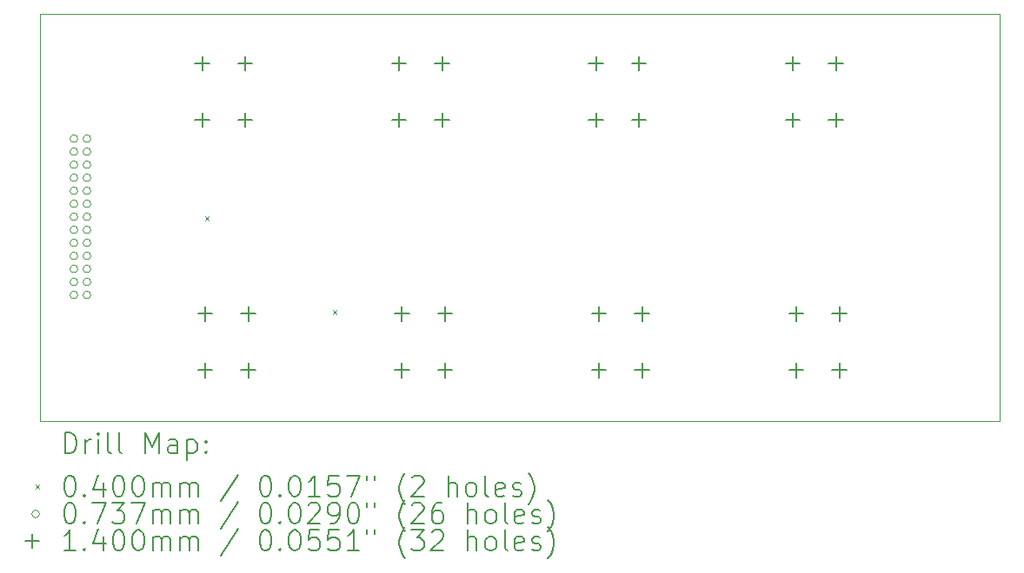
<source format=gbr>
%TF.GenerationSoftware,KiCad,Pcbnew,7.0.1*%
%TF.CreationDate,2023-04-04T11:35:34-07:00*%
%TF.ProjectId,PT Hub,50542048-7562-42e6-9b69-6361645f7063,v01*%
%TF.SameCoordinates,Original*%
%TF.FileFunction,Drillmap*%
%TF.FilePolarity,Positive*%
%FSLAX45Y45*%
G04 Gerber Fmt 4.5, Leading zero omitted, Abs format (unit mm)*
G04 Created by KiCad (PCBNEW 7.0.1) date 2023-04-04 11:35:34*
%MOMM*%
%LPD*%
G01*
G04 APERTURE LIST*
%ADD10C,0.100000*%
%ADD11C,0.200000*%
%ADD12C,0.040000*%
%ADD13C,0.073660*%
%ADD14C,0.140000*%
G04 APERTURE END LIST*
D10*
X7099300Y-13799820D02*
X16446500Y-13799820D01*
X7099300Y-9829800D02*
X7099300Y-13799820D01*
X16446500Y-13799820D02*
X16446500Y-9829800D01*
X16446500Y-9829800D02*
X7099300Y-9829800D01*
D11*
D12*
X8704900Y-11803700D02*
X8744900Y-11843700D01*
X8744900Y-11803700D02*
X8704900Y-11843700D01*
X9949500Y-12718100D02*
X9989500Y-12758100D01*
X9989500Y-12718100D02*
X9949500Y-12758100D01*
D13*
X7466330Y-11049000D02*
G75*
G03*
X7466330Y-11049000I-36830J0D01*
G01*
X7466330Y-11176000D02*
G75*
G03*
X7466330Y-11176000I-36830J0D01*
G01*
X7466330Y-11303000D02*
G75*
G03*
X7466330Y-11303000I-36830J0D01*
G01*
X7466330Y-11430000D02*
G75*
G03*
X7466330Y-11430000I-36830J0D01*
G01*
X7466330Y-11557000D02*
G75*
G03*
X7466330Y-11557000I-36830J0D01*
G01*
X7466330Y-11684000D02*
G75*
G03*
X7466330Y-11684000I-36830J0D01*
G01*
X7466330Y-11811000D02*
G75*
G03*
X7466330Y-11811000I-36830J0D01*
G01*
X7466330Y-11938000D02*
G75*
G03*
X7466330Y-11938000I-36830J0D01*
G01*
X7466330Y-12065000D02*
G75*
G03*
X7466330Y-12065000I-36830J0D01*
G01*
X7466330Y-12192000D02*
G75*
G03*
X7466330Y-12192000I-36830J0D01*
G01*
X7466330Y-12319000D02*
G75*
G03*
X7466330Y-12319000I-36830J0D01*
G01*
X7466330Y-12446000D02*
G75*
G03*
X7466330Y-12446000I-36830J0D01*
G01*
X7466330Y-12573000D02*
G75*
G03*
X7466330Y-12573000I-36830J0D01*
G01*
X7593330Y-11049000D02*
G75*
G03*
X7593330Y-11049000I-36830J0D01*
G01*
X7593330Y-11176000D02*
G75*
G03*
X7593330Y-11176000I-36830J0D01*
G01*
X7593330Y-11303000D02*
G75*
G03*
X7593330Y-11303000I-36830J0D01*
G01*
X7593330Y-11430000D02*
G75*
G03*
X7593330Y-11430000I-36830J0D01*
G01*
X7593330Y-11557000D02*
G75*
G03*
X7593330Y-11557000I-36830J0D01*
G01*
X7593330Y-11684000D02*
G75*
G03*
X7593330Y-11684000I-36830J0D01*
G01*
X7593330Y-11811000D02*
G75*
G03*
X7593330Y-11811000I-36830J0D01*
G01*
X7593330Y-11938000D02*
G75*
G03*
X7593330Y-11938000I-36830J0D01*
G01*
X7593330Y-12065000D02*
G75*
G03*
X7593330Y-12065000I-36830J0D01*
G01*
X7593330Y-12192000D02*
G75*
G03*
X7593330Y-12192000I-36830J0D01*
G01*
X7593330Y-12319000D02*
G75*
G03*
X7593330Y-12319000I-36830J0D01*
G01*
X7593330Y-12446000D02*
G75*
G03*
X7593330Y-12446000I-36830J0D01*
G01*
X7593330Y-12573000D02*
G75*
G03*
X7593330Y-12573000I-36830J0D01*
G01*
D14*
X8678250Y-10246001D02*
X8678250Y-10386001D01*
X8608250Y-10316001D02*
X8748250Y-10316001D01*
X8678250Y-10796001D02*
X8678250Y-10936001D01*
X8608250Y-10866001D02*
X8748250Y-10866001D01*
X8707150Y-12686000D02*
X8707150Y-12826000D01*
X8637150Y-12756000D02*
X8777150Y-12756000D01*
X8707150Y-13236000D02*
X8707150Y-13376000D01*
X8637150Y-13306000D02*
X8777150Y-13306000D01*
X9098250Y-10246001D02*
X9098250Y-10386001D01*
X9028250Y-10316001D02*
X9168250Y-10316001D01*
X9098250Y-10796001D02*
X9098250Y-10936001D01*
X9028250Y-10866001D02*
X9168250Y-10866001D01*
X9127150Y-12686000D02*
X9127150Y-12826000D01*
X9057150Y-12756000D02*
X9197150Y-12756000D01*
X9127150Y-13236000D02*
X9127150Y-13376000D01*
X9057150Y-13306000D02*
X9197150Y-13306000D01*
X10595950Y-10246000D02*
X10595950Y-10386000D01*
X10525950Y-10316000D02*
X10665950Y-10316000D01*
X10595950Y-10796000D02*
X10595950Y-10936000D01*
X10525950Y-10866000D02*
X10665950Y-10866000D01*
X10624850Y-12686000D02*
X10624850Y-12826000D01*
X10554850Y-12756000D02*
X10694850Y-12756000D01*
X10624850Y-13236000D02*
X10624850Y-13376000D01*
X10554850Y-13306000D02*
X10694850Y-13306000D01*
X11015950Y-10246000D02*
X11015950Y-10386000D01*
X10945950Y-10316000D02*
X11085950Y-10316000D01*
X11015950Y-10796000D02*
X11015950Y-10936000D01*
X10945950Y-10866000D02*
X11085950Y-10866000D01*
X11044850Y-12686000D02*
X11044850Y-12826000D01*
X10974850Y-12756000D02*
X11114850Y-12756000D01*
X11044850Y-13236000D02*
X11044850Y-13376000D01*
X10974850Y-13306000D02*
X11114850Y-13306000D01*
X12513650Y-10246000D02*
X12513650Y-10386000D01*
X12443650Y-10316000D02*
X12583650Y-10316000D01*
X12513650Y-10796000D02*
X12513650Y-10936000D01*
X12443650Y-10866000D02*
X12583650Y-10866000D01*
X12542550Y-12686000D02*
X12542550Y-12826000D01*
X12472550Y-12756000D02*
X12612550Y-12756000D01*
X12542550Y-13236000D02*
X12542550Y-13376000D01*
X12472550Y-13306000D02*
X12612550Y-13306000D01*
X12933650Y-10246000D02*
X12933650Y-10386000D01*
X12863650Y-10316000D02*
X13003650Y-10316000D01*
X12933650Y-10796000D02*
X12933650Y-10936000D01*
X12863650Y-10866000D02*
X13003650Y-10866000D01*
X12962550Y-12686000D02*
X12962550Y-12826000D01*
X12892550Y-12756000D02*
X13032550Y-12756000D01*
X12962550Y-13236000D02*
X12962550Y-13376000D01*
X12892550Y-13306000D02*
X13032550Y-13306000D01*
X14431350Y-10246000D02*
X14431350Y-10386000D01*
X14361350Y-10316000D02*
X14501350Y-10316000D01*
X14431350Y-10796000D02*
X14431350Y-10936000D01*
X14361350Y-10866000D02*
X14501350Y-10866000D01*
X14465300Y-12686000D02*
X14465300Y-12826000D01*
X14395300Y-12756000D02*
X14535300Y-12756000D01*
X14465300Y-13236000D02*
X14465300Y-13376000D01*
X14395300Y-13306000D02*
X14535300Y-13306000D01*
X14851350Y-10246000D02*
X14851350Y-10386000D01*
X14781350Y-10316000D02*
X14921350Y-10316000D01*
X14851350Y-10796000D02*
X14851350Y-10936000D01*
X14781350Y-10866000D02*
X14921350Y-10866000D01*
X14885300Y-12686000D02*
X14885300Y-12826000D01*
X14815300Y-12756000D02*
X14955300Y-12756000D01*
X14885300Y-13236000D02*
X14885300Y-13376000D01*
X14815300Y-13306000D02*
X14955300Y-13306000D01*
D11*
X7341919Y-14117344D02*
X7341919Y-13917344D01*
X7341919Y-13917344D02*
X7389538Y-13917344D01*
X7389538Y-13917344D02*
X7418109Y-13926868D01*
X7418109Y-13926868D02*
X7437157Y-13945915D01*
X7437157Y-13945915D02*
X7446681Y-13964963D01*
X7446681Y-13964963D02*
X7456205Y-14003058D01*
X7456205Y-14003058D02*
X7456205Y-14031629D01*
X7456205Y-14031629D02*
X7446681Y-14069725D01*
X7446681Y-14069725D02*
X7437157Y-14088772D01*
X7437157Y-14088772D02*
X7418109Y-14107820D01*
X7418109Y-14107820D02*
X7389538Y-14117344D01*
X7389538Y-14117344D02*
X7341919Y-14117344D01*
X7541919Y-14117344D02*
X7541919Y-13984010D01*
X7541919Y-14022106D02*
X7551443Y-14003058D01*
X7551443Y-14003058D02*
X7560967Y-13993534D01*
X7560967Y-13993534D02*
X7580014Y-13984010D01*
X7580014Y-13984010D02*
X7599062Y-13984010D01*
X7665728Y-14117344D02*
X7665728Y-13984010D01*
X7665728Y-13917344D02*
X7656205Y-13926868D01*
X7656205Y-13926868D02*
X7665728Y-13936391D01*
X7665728Y-13936391D02*
X7675252Y-13926868D01*
X7675252Y-13926868D02*
X7665728Y-13917344D01*
X7665728Y-13917344D02*
X7665728Y-13936391D01*
X7789538Y-14117344D02*
X7770490Y-14107820D01*
X7770490Y-14107820D02*
X7760967Y-14088772D01*
X7760967Y-14088772D02*
X7760967Y-13917344D01*
X7894300Y-14117344D02*
X7875252Y-14107820D01*
X7875252Y-14107820D02*
X7865728Y-14088772D01*
X7865728Y-14088772D02*
X7865728Y-13917344D01*
X8122871Y-14117344D02*
X8122871Y-13917344D01*
X8122871Y-13917344D02*
X8189538Y-14060201D01*
X8189538Y-14060201D02*
X8256205Y-13917344D01*
X8256205Y-13917344D02*
X8256205Y-14117344D01*
X8437157Y-14117344D02*
X8437157Y-14012582D01*
X8437157Y-14012582D02*
X8427633Y-13993534D01*
X8427633Y-13993534D02*
X8408586Y-13984010D01*
X8408586Y-13984010D02*
X8370490Y-13984010D01*
X8370490Y-13984010D02*
X8351443Y-13993534D01*
X8437157Y-14107820D02*
X8418110Y-14117344D01*
X8418110Y-14117344D02*
X8370490Y-14117344D01*
X8370490Y-14117344D02*
X8351443Y-14107820D01*
X8351443Y-14107820D02*
X8341919Y-14088772D01*
X8341919Y-14088772D02*
X8341919Y-14069725D01*
X8341919Y-14069725D02*
X8351443Y-14050677D01*
X8351443Y-14050677D02*
X8370490Y-14041153D01*
X8370490Y-14041153D02*
X8418110Y-14041153D01*
X8418110Y-14041153D02*
X8437157Y-14031629D01*
X8532395Y-13984010D02*
X8532395Y-14184010D01*
X8532395Y-13993534D02*
X8551443Y-13984010D01*
X8551443Y-13984010D02*
X8589538Y-13984010D01*
X8589538Y-13984010D02*
X8608586Y-13993534D01*
X8608586Y-13993534D02*
X8618110Y-14003058D01*
X8618110Y-14003058D02*
X8627633Y-14022106D01*
X8627633Y-14022106D02*
X8627633Y-14079248D01*
X8627633Y-14079248D02*
X8618110Y-14098296D01*
X8618110Y-14098296D02*
X8608586Y-14107820D01*
X8608586Y-14107820D02*
X8589538Y-14117344D01*
X8589538Y-14117344D02*
X8551443Y-14117344D01*
X8551443Y-14117344D02*
X8532395Y-14107820D01*
X8713348Y-14098296D02*
X8722871Y-14107820D01*
X8722871Y-14107820D02*
X8713348Y-14117344D01*
X8713348Y-14117344D02*
X8703824Y-14107820D01*
X8703824Y-14107820D02*
X8713348Y-14098296D01*
X8713348Y-14098296D02*
X8713348Y-14117344D01*
X8713348Y-13993534D02*
X8722871Y-14003058D01*
X8722871Y-14003058D02*
X8713348Y-14012582D01*
X8713348Y-14012582D02*
X8703824Y-14003058D01*
X8703824Y-14003058D02*
X8713348Y-13993534D01*
X8713348Y-13993534D02*
X8713348Y-14012582D01*
D12*
X7054300Y-14424820D02*
X7094300Y-14464820D01*
X7094300Y-14424820D02*
X7054300Y-14464820D01*
D11*
X7380014Y-14337344D02*
X7399062Y-14337344D01*
X7399062Y-14337344D02*
X7418109Y-14346868D01*
X7418109Y-14346868D02*
X7427633Y-14356391D01*
X7427633Y-14356391D02*
X7437157Y-14375439D01*
X7437157Y-14375439D02*
X7446681Y-14413534D01*
X7446681Y-14413534D02*
X7446681Y-14461153D01*
X7446681Y-14461153D02*
X7437157Y-14499248D01*
X7437157Y-14499248D02*
X7427633Y-14518296D01*
X7427633Y-14518296D02*
X7418109Y-14527820D01*
X7418109Y-14527820D02*
X7399062Y-14537344D01*
X7399062Y-14537344D02*
X7380014Y-14537344D01*
X7380014Y-14537344D02*
X7360967Y-14527820D01*
X7360967Y-14527820D02*
X7351443Y-14518296D01*
X7351443Y-14518296D02*
X7341919Y-14499248D01*
X7341919Y-14499248D02*
X7332395Y-14461153D01*
X7332395Y-14461153D02*
X7332395Y-14413534D01*
X7332395Y-14413534D02*
X7341919Y-14375439D01*
X7341919Y-14375439D02*
X7351443Y-14356391D01*
X7351443Y-14356391D02*
X7360967Y-14346868D01*
X7360967Y-14346868D02*
X7380014Y-14337344D01*
X7532395Y-14518296D02*
X7541919Y-14527820D01*
X7541919Y-14527820D02*
X7532395Y-14537344D01*
X7532395Y-14537344D02*
X7522871Y-14527820D01*
X7522871Y-14527820D02*
X7532395Y-14518296D01*
X7532395Y-14518296D02*
X7532395Y-14537344D01*
X7713348Y-14404010D02*
X7713348Y-14537344D01*
X7665728Y-14327820D02*
X7618109Y-14470677D01*
X7618109Y-14470677D02*
X7741919Y-14470677D01*
X7856205Y-14337344D02*
X7875252Y-14337344D01*
X7875252Y-14337344D02*
X7894300Y-14346868D01*
X7894300Y-14346868D02*
X7903824Y-14356391D01*
X7903824Y-14356391D02*
X7913348Y-14375439D01*
X7913348Y-14375439D02*
X7922871Y-14413534D01*
X7922871Y-14413534D02*
X7922871Y-14461153D01*
X7922871Y-14461153D02*
X7913348Y-14499248D01*
X7913348Y-14499248D02*
X7903824Y-14518296D01*
X7903824Y-14518296D02*
X7894300Y-14527820D01*
X7894300Y-14527820D02*
X7875252Y-14537344D01*
X7875252Y-14537344D02*
X7856205Y-14537344D01*
X7856205Y-14537344D02*
X7837157Y-14527820D01*
X7837157Y-14527820D02*
X7827633Y-14518296D01*
X7827633Y-14518296D02*
X7818109Y-14499248D01*
X7818109Y-14499248D02*
X7808586Y-14461153D01*
X7808586Y-14461153D02*
X7808586Y-14413534D01*
X7808586Y-14413534D02*
X7818109Y-14375439D01*
X7818109Y-14375439D02*
X7827633Y-14356391D01*
X7827633Y-14356391D02*
X7837157Y-14346868D01*
X7837157Y-14346868D02*
X7856205Y-14337344D01*
X8046681Y-14337344D02*
X8065729Y-14337344D01*
X8065729Y-14337344D02*
X8084776Y-14346868D01*
X8084776Y-14346868D02*
X8094300Y-14356391D01*
X8094300Y-14356391D02*
X8103824Y-14375439D01*
X8103824Y-14375439D02*
X8113348Y-14413534D01*
X8113348Y-14413534D02*
X8113348Y-14461153D01*
X8113348Y-14461153D02*
X8103824Y-14499248D01*
X8103824Y-14499248D02*
X8094300Y-14518296D01*
X8094300Y-14518296D02*
X8084776Y-14527820D01*
X8084776Y-14527820D02*
X8065729Y-14537344D01*
X8065729Y-14537344D02*
X8046681Y-14537344D01*
X8046681Y-14537344D02*
X8027633Y-14527820D01*
X8027633Y-14527820D02*
X8018109Y-14518296D01*
X8018109Y-14518296D02*
X8008586Y-14499248D01*
X8008586Y-14499248D02*
X7999062Y-14461153D01*
X7999062Y-14461153D02*
X7999062Y-14413534D01*
X7999062Y-14413534D02*
X8008586Y-14375439D01*
X8008586Y-14375439D02*
X8018109Y-14356391D01*
X8018109Y-14356391D02*
X8027633Y-14346868D01*
X8027633Y-14346868D02*
X8046681Y-14337344D01*
X8199062Y-14537344D02*
X8199062Y-14404010D01*
X8199062Y-14423058D02*
X8208586Y-14413534D01*
X8208586Y-14413534D02*
X8227633Y-14404010D01*
X8227633Y-14404010D02*
X8256205Y-14404010D01*
X8256205Y-14404010D02*
X8275252Y-14413534D01*
X8275252Y-14413534D02*
X8284776Y-14432582D01*
X8284776Y-14432582D02*
X8284776Y-14537344D01*
X8284776Y-14432582D02*
X8294300Y-14413534D01*
X8294300Y-14413534D02*
X8313348Y-14404010D01*
X8313348Y-14404010D02*
X8341919Y-14404010D01*
X8341919Y-14404010D02*
X8360967Y-14413534D01*
X8360967Y-14413534D02*
X8370490Y-14432582D01*
X8370490Y-14432582D02*
X8370490Y-14537344D01*
X8465729Y-14537344D02*
X8465729Y-14404010D01*
X8465729Y-14423058D02*
X8475252Y-14413534D01*
X8475252Y-14413534D02*
X8494300Y-14404010D01*
X8494300Y-14404010D02*
X8522872Y-14404010D01*
X8522872Y-14404010D02*
X8541919Y-14413534D01*
X8541919Y-14413534D02*
X8551443Y-14432582D01*
X8551443Y-14432582D02*
X8551443Y-14537344D01*
X8551443Y-14432582D02*
X8560967Y-14413534D01*
X8560967Y-14413534D02*
X8580014Y-14404010D01*
X8580014Y-14404010D02*
X8608586Y-14404010D01*
X8608586Y-14404010D02*
X8627633Y-14413534D01*
X8627633Y-14413534D02*
X8637157Y-14432582D01*
X8637157Y-14432582D02*
X8637157Y-14537344D01*
X9027633Y-14327820D02*
X8856205Y-14584963D01*
X9284776Y-14337344D02*
X9303824Y-14337344D01*
X9303824Y-14337344D02*
X9322872Y-14346868D01*
X9322872Y-14346868D02*
X9332395Y-14356391D01*
X9332395Y-14356391D02*
X9341919Y-14375439D01*
X9341919Y-14375439D02*
X9351443Y-14413534D01*
X9351443Y-14413534D02*
X9351443Y-14461153D01*
X9351443Y-14461153D02*
X9341919Y-14499248D01*
X9341919Y-14499248D02*
X9332395Y-14518296D01*
X9332395Y-14518296D02*
X9322872Y-14527820D01*
X9322872Y-14527820D02*
X9303824Y-14537344D01*
X9303824Y-14537344D02*
X9284776Y-14537344D01*
X9284776Y-14537344D02*
X9265729Y-14527820D01*
X9265729Y-14527820D02*
X9256205Y-14518296D01*
X9256205Y-14518296D02*
X9246681Y-14499248D01*
X9246681Y-14499248D02*
X9237157Y-14461153D01*
X9237157Y-14461153D02*
X9237157Y-14413534D01*
X9237157Y-14413534D02*
X9246681Y-14375439D01*
X9246681Y-14375439D02*
X9256205Y-14356391D01*
X9256205Y-14356391D02*
X9265729Y-14346868D01*
X9265729Y-14346868D02*
X9284776Y-14337344D01*
X9437157Y-14518296D02*
X9446681Y-14527820D01*
X9446681Y-14527820D02*
X9437157Y-14537344D01*
X9437157Y-14537344D02*
X9427634Y-14527820D01*
X9427634Y-14527820D02*
X9437157Y-14518296D01*
X9437157Y-14518296D02*
X9437157Y-14537344D01*
X9570491Y-14337344D02*
X9589538Y-14337344D01*
X9589538Y-14337344D02*
X9608586Y-14346868D01*
X9608586Y-14346868D02*
X9618110Y-14356391D01*
X9618110Y-14356391D02*
X9627634Y-14375439D01*
X9627634Y-14375439D02*
X9637157Y-14413534D01*
X9637157Y-14413534D02*
X9637157Y-14461153D01*
X9637157Y-14461153D02*
X9627634Y-14499248D01*
X9627634Y-14499248D02*
X9618110Y-14518296D01*
X9618110Y-14518296D02*
X9608586Y-14527820D01*
X9608586Y-14527820D02*
X9589538Y-14537344D01*
X9589538Y-14537344D02*
X9570491Y-14537344D01*
X9570491Y-14537344D02*
X9551443Y-14527820D01*
X9551443Y-14527820D02*
X9541919Y-14518296D01*
X9541919Y-14518296D02*
X9532395Y-14499248D01*
X9532395Y-14499248D02*
X9522872Y-14461153D01*
X9522872Y-14461153D02*
X9522872Y-14413534D01*
X9522872Y-14413534D02*
X9532395Y-14375439D01*
X9532395Y-14375439D02*
X9541919Y-14356391D01*
X9541919Y-14356391D02*
X9551443Y-14346868D01*
X9551443Y-14346868D02*
X9570491Y-14337344D01*
X9827634Y-14537344D02*
X9713348Y-14537344D01*
X9770491Y-14537344D02*
X9770491Y-14337344D01*
X9770491Y-14337344D02*
X9751443Y-14365915D01*
X9751443Y-14365915D02*
X9732395Y-14384963D01*
X9732395Y-14384963D02*
X9713348Y-14394487D01*
X10008586Y-14337344D02*
X9913348Y-14337344D01*
X9913348Y-14337344D02*
X9903824Y-14432582D01*
X9903824Y-14432582D02*
X9913348Y-14423058D01*
X9913348Y-14423058D02*
X9932395Y-14413534D01*
X9932395Y-14413534D02*
X9980015Y-14413534D01*
X9980015Y-14413534D02*
X9999062Y-14423058D01*
X9999062Y-14423058D02*
X10008586Y-14432582D01*
X10008586Y-14432582D02*
X10018110Y-14451629D01*
X10018110Y-14451629D02*
X10018110Y-14499248D01*
X10018110Y-14499248D02*
X10008586Y-14518296D01*
X10008586Y-14518296D02*
X9999062Y-14527820D01*
X9999062Y-14527820D02*
X9980015Y-14537344D01*
X9980015Y-14537344D02*
X9932395Y-14537344D01*
X9932395Y-14537344D02*
X9913348Y-14527820D01*
X9913348Y-14527820D02*
X9903824Y-14518296D01*
X10084776Y-14337344D02*
X10218110Y-14337344D01*
X10218110Y-14337344D02*
X10132395Y-14537344D01*
X10284776Y-14337344D02*
X10284776Y-14375439D01*
X10360967Y-14337344D02*
X10360967Y-14375439D01*
X10656205Y-14613534D02*
X10646681Y-14604010D01*
X10646681Y-14604010D02*
X10627634Y-14575439D01*
X10627634Y-14575439D02*
X10618110Y-14556391D01*
X10618110Y-14556391D02*
X10608586Y-14527820D01*
X10608586Y-14527820D02*
X10599062Y-14480201D01*
X10599062Y-14480201D02*
X10599062Y-14442106D01*
X10599062Y-14442106D02*
X10608586Y-14394487D01*
X10608586Y-14394487D02*
X10618110Y-14365915D01*
X10618110Y-14365915D02*
X10627634Y-14346868D01*
X10627634Y-14346868D02*
X10646681Y-14318296D01*
X10646681Y-14318296D02*
X10656205Y-14308772D01*
X10722872Y-14356391D02*
X10732396Y-14346868D01*
X10732396Y-14346868D02*
X10751443Y-14337344D01*
X10751443Y-14337344D02*
X10799062Y-14337344D01*
X10799062Y-14337344D02*
X10818110Y-14346868D01*
X10818110Y-14346868D02*
X10827634Y-14356391D01*
X10827634Y-14356391D02*
X10837157Y-14375439D01*
X10837157Y-14375439D02*
X10837157Y-14394487D01*
X10837157Y-14394487D02*
X10827634Y-14423058D01*
X10827634Y-14423058D02*
X10713348Y-14537344D01*
X10713348Y-14537344D02*
X10837157Y-14537344D01*
X11075253Y-14537344D02*
X11075253Y-14337344D01*
X11160967Y-14537344D02*
X11160967Y-14432582D01*
X11160967Y-14432582D02*
X11151443Y-14413534D01*
X11151443Y-14413534D02*
X11132396Y-14404010D01*
X11132396Y-14404010D02*
X11103824Y-14404010D01*
X11103824Y-14404010D02*
X11084777Y-14413534D01*
X11084777Y-14413534D02*
X11075253Y-14423058D01*
X11284776Y-14537344D02*
X11265729Y-14527820D01*
X11265729Y-14527820D02*
X11256205Y-14518296D01*
X11256205Y-14518296D02*
X11246681Y-14499248D01*
X11246681Y-14499248D02*
X11246681Y-14442106D01*
X11246681Y-14442106D02*
X11256205Y-14423058D01*
X11256205Y-14423058D02*
X11265729Y-14413534D01*
X11265729Y-14413534D02*
X11284776Y-14404010D01*
X11284776Y-14404010D02*
X11313348Y-14404010D01*
X11313348Y-14404010D02*
X11332396Y-14413534D01*
X11332396Y-14413534D02*
X11341919Y-14423058D01*
X11341919Y-14423058D02*
X11351443Y-14442106D01*
X11351443Y-14442106D02*
X11351443Y-14499248D01*
X11351443Y-14499248D02*
X11341919Y-14518296D01*
X11341919Y-14518296D02*
X11332396Y-14527820D01*
X11332396Y-14527820D02*
X11313348Y-14537344D01*
X11313348Y-14537344D02*
X11284776Y-14537344D01*
X11465729Y-14537344D02*
X11446681Y-14527820D01*
X11446681Y-14527820D02*
X11437157Y-14508772D01*
X11437157Y-14508772D02*
X11437157Y-14337344D01*
X11618110Y-14527820D02*
X11599062Y-14537344D01*
X11599062Y-14537344D02*
X11560967Y-14537344D01*
X11560967Y-14537344D02*
X11541919Y-14527820D01*
X11541919Y-14527820D02*
X11532396Y-14508772D01*
X11532396Y-14508772D02*
X11532396Y-14432582D01*
X11532396Y-14432582D02*
X11541919Y-14413534D01*
X11541919Y-14413534D02*
X11560967Y-14404010D01*
X11560967Y-14404010D02*
X11599062Y-14404010D01*
X11599062Y-14404010D02*
X11618110Y-14413534D01*
X11618110Y-14413534D02*
X11627634Y-14432582D01*
X11627634Y-14432582D02*
X11627634Y-14451629D01*
X11627634Y-14451629D02*
X11532396Y-14470677D01*
X11703824Y-14527820D02*
X11722872Y-14537344D01*
X11722872Y-14537344D02*
X11760967Y-14537344D01*
X11760967Y-14537344D02*
X11780015Y-14527820D01*
X11780015Y-14527820D02*
X11789538Y-14508772D01*
X11789538Y-14508772D02*
X11789538Y-14499248D01*
X11789538Y-14499248D02*
X11780015Y-14480201D01*
X11780015Y-14480201D02*
X11760967Y-14470677D01*
X11760967Y-14470677D02*
X11732396Y-14470677D01*
X11732396Y-14470677D02*
X11713348Y-14461153D01*
X11713348Y-14461153D02*
X11703824Y-14442106D01*
X11703824Y-14442106D02*
X11703824Y-14432582D01*
X11703824Y-14432582D02*
X11713348Y-14413534D01*
X11713348Y-14413534D02*
X11732396Y-14404010D01*
X11732396Y-14404010D02*
X11760967Y-14404010D01*
X11760967Y-14404010D02*
X11780015Y-14413534D01*
X11856205Y-14613534D02*
X11865729Y-14604010D01*
X11865729Y-14604010D02*
X11884777Y-14575439D01*
X11884777Y-14575439D02*
X11894300Y-14556391D01*
X11894300Y-14556391D02*
X11903824Y-14527820D01*
X11903824Y-14527820D02*
X11913348Y-14480201D01*
X11913348Y-14480201D02*
X11913348Y-14442106D01*
X11913348Y-14442106D02*
X11903824Y-14394487D01*
X11903824Y-14394487D02*
X11894300Y-14365915D01*
X11894300Y-14365915D02*
X11884777Y-14346868D01*
X11884777Y-14346868D02*
X11865729Y-14318296D01*
X11865729Y-14318296D02*
X11856205Y-14308772D01*
D13*
X7094300Y-14708820D02*
G75*
G03*
X7094300Y-14708820I-36830J0D01*
G01*
D11*
X7380014Y-14601344D02*
X7399062Y-14601344D01*
X7399062Y-14601344D02*
X7418109Y-14610868D01*
X7418109Y-14610868D02*
X7427633Y-14620391D01*
X7427633Y-14620391D02*
X7437157Y-14639439D01*
X7437157Y-14639439D02*
X7446681Y-14677534D01*
X7446681Y-14677534D02*
X7446681Y-14725153D01*
X7446681Y-14725153D02*
X7437157Y-14763248D01*
X7437157Y-14763248D02*
X7427633Y-14782296D01*
X7427633Y-14782296D02*
X7418109Y-14791820D01*
X7418109Y-14791820D02*
X7399062Y-14801344D01*
X7399062Y-14801344D02*
X7380014Y-14801344D01*
X7380014Y-14801344D02*
X7360967Y-14791820D01*
X7360967Y-14791820D02*
X7351443Y-14782296D01*
X7351443Y-14782296D02*
X7341919Y-14763248D01*
X7341919Y-14763248D02*
X7332395Y-14725153D01*
X7332395Y-14725153D02*
X7332395Y-14677534D01*
X7332395Y-14677534D02*
X7341919Y-14639439D01*
X7341919Y-14639439D02*
X7351443Y-14620391D01*
X7351443Y-14620391D02*
X7360967Y-14610868D01*
X7360967Y-14610868D02*
X7380014Y-14601344D01*
X7532395Y-14782296D02*
X7541919Y-14791820D01*
X7541919Y-14791820D02*
X7532395Y-14801344D01*
X7532395Y-14801344D02*
X7522871Y-14791820D01*
X7522871Y-14791820D02*
X7532395Y-14782296D01*
X7532395Y-14782296D02*
X7532395Y-14801344D01*
X7608586Y-14601344D02*
X7741919Y-14601344D01*
X7741919Y-14601344D02*
X7656205Y-14801344D01*
X7799062Y-14601344D02*
X7922871Y-14601344D01*
X7922871Y-14601344D02*
X7856205Y-14677534D01*
X7856205Y-14677534D02*
X7884776Y-14677534D01*
X7884776Y-14677534D02*
X7903824Y-14687058D01*
X7903824Y-14687058D02*
X7913348Y-14696582D01*
X7913348Y-14696582D02*
X7922871Y-14715629D01*
X7922871Y-14715629D02*
X7922871Y-14763248D01*
X7922871Y-14763248D02*
X7913348Y-14782296D01*
X7913348Y-14782296D02*
X7903824Y-14791820D01*
X7903824Y-14791820D02*
X7884776Y-14801344D01*
X7884776Y-14801344D02*
X7827633Y-14801344D01*
X7827633Y-14801344D02*
X7808586Y-14791820D01*
X7808586Y-14791820D02*
X7799062Y-14782296D01*
X7989538Y-14601344D02*
X8122871Y-14601344D01*
X8122871Y-14601344D02*
X8037157Y-14801344D01*
X8199062Y-14801344D02*
X8199062Y-14668010D01*
X8199062Y-14687058D02*
X8208586Y-14677534D01*
X8208586Y-14677534D02*
X8227633Y-14668010D01*
X8227633Y-14668010D02*
X8256205Y-14668010D01*
X8256205Y-14668010D02*
X8275252Y-14677534D01*
X8275252Y-14677534D02*
X8284776Y-14696582D01*
X8284776Y-14696582D02*
X8284776Y-14801344D01*
X8284776Y-14696582D02*
X8294300Y-14677534D01*
X8294300Y-14677534D02*
X8313348Y-14668010D01*
X8313348Y-14668010D02*
X8341919Y-14668010D01*
X8341919Y-14668010D02*
X8360967Y-14677534D01*
X8360967Y-14677534D02*
X8370490Y-14696582D01*
X8370490Y-14696582D02*
X8370490Y-14801344D01*
X8465729Y-14801344D02*
X8465729Y-14668010D01*
X8465729Y-14687058D02*
X8475252Y-14677534D01*
X8475252Y-14677534D02*
X8494300Y-14668010D01*
X8494300Y-14668010D02*
X8522872Y-14668010D01*
X8522872Y-14668010D02*
X8541919Y-14677534D01*
X8541919Y-14677534D02*
X8551443Y-14696582D01*
X8551443Y-14696582D02*
X8551443Y-14801344D01*
X8551443Y-14696582D02*
X8560967Y-14677534D01*
X8560967Y-14677534D02*
X8580014Y-14668010D01*
X8580014Y-14668010D02*
X8608586Y-14668010D01*
X8608586Y-14668010D02*
X8627633Y-14677534D01*
X8627633Y-14677534D02*
X8637157Y-14696582D01*
X8637157Y-14696582D02*
X8637157Y-14801344D01*
X9027633Y-14591820D02*
X8856205Y-14848963D01*
X9284776Y-14601344D02*
X9303824Y-14601344D01*
X9303824Y-14601344D02*
X9322872Y-14610868D01*
X9322872Y-14610868D02*
X9332395Y-14620391D01*
X9332395Y-14620391D02*
X9341919Y-14639439D01*
X9341919Y-14639439D02*
X9351443Y-14677534D01*
X9351443Y-14677534D02*
X9351443Y-14725153D01*
X9351443Y-14725153D02*
X9341919Y-14763248D01*
X9341919Y-14763248D02*
X9332395Y-14782296D01*
X9332395Y-14782296D02*
X9322872Y-14791820D01*
X9322872Y-14791820D02*
X9303824Y-14801344D01*
X9303824Y-14801344D02*
X9284776Y-14801344D01*
X9284776Y-14801344D02*
X9265729Y-14791820D01*
X9265729Y-14791820D02*
X9256205Y-14782296D01*
X9256205Y-14782296D02*
X9246681Y-14763248D01*
X9246681Y-14763248D02*
X9237157Y-14725153D01*
X9237157Y-14725153D02*
X9237157Y-14677534D01*
X9237157Y-14677534D02*
X9246681Y-14639439D01*
X9246681Y-14639439D02*
X9256205Y-14620391D01*
X9256205Y-14620391D02*
X9265729Y-14610868D01*
X9265729Y-14610868D02*
X9284776Y-14601344D01*
X9437157Y-14782296D02*
X9446681Y-14791820D01*
X9446681Y-14791820D02*
X9437157Y-14801344D01*
X9437157Y-14801344D02*
X9427634Y-14791820D01*
X9427634Y-14791820D02*
X9437157Y-14782296D01*
X9437157Y-14782296D02*
X9437157Y-14801344D01*
X9570491Y-14601344D02*
X9589538Y-14601344D01*
X9589538Y-14601344D02*
X9608586Y-14610868D01*
X9608586Y-14610868D02*
X9618110Y-14620391D01*
X9618110Y-14620391D02*
X9627634Y-14639439D01*
X9627634Y-14639439D02*
X9637157Y-14677534D01*
X9637157Y-14677534D02*
X9637157Y-14725153D01*
X9637157Y-14725153D02*
X9627634Y-14763248D01*
X9627634Y-14763248D02*
X9618110Y-14782296D01*
X9618110Y-14782296D02*
X9608586Y-14791820D01*
X9608586Y-14791820D02*
X9589538Y-14801344D01*
X9589538Y-14801344D02*
X9570491Y-14801344D01*
X9570491Y-14801344D02*
X9551443Y-14791820D01*
X9551443Y-14791820D02*
X9541919Y-14782296D01*
X9541919Y-14782296D02*
X9532395Y-14763248D01*
X9532395Y-14763248D02*
X9522872Y-14725153D01*
X9522872Y-14725153D02*
X9522872Y-14677534D01*
X9522872Y-14677534D02*
X9532395Y-14639439D01*
X9532395Y-14639439D02*
X9541919Y-14620391D01*
X9541919Y-14620391D02*
X9551443Y-14610868D01*
X9551443Y-14610868D02*
X9570491Y-14601344D01*
X9713348Y-14620391D02*
X9722872Y-14610868D01*
X9722872Y-14610868D02*
X9741919Y-14601344D01*
X9741919Y-14601344D02*
X9789538Y-14601344D01*
X9789538Y-14601344D02*
X9808586Y-14610868D01*
X9808586Y-14610868D02*
X9818110Y-14620391D01*
X9818110Y-14620391D02*
X9827634Y-14639439D01*
X9827634Y-14639439D02*
X9827634Y-14658487D01*
X9827634Y-14658487D02*
X9818110Y-14687058D01*
X9818110Y-14687058D02*
X9703824Y-14801344D01*
X9703824Y-14801344D02*
X9827634Y-14801344D01*
X9922872Y-14801344D02*
X9960967Y-14801344D01*
X9960967Y-14801344D02*
X9980015Y-14791820D01*
X9980015Y-14791820D02*
X9989538Y-14782296D01*
X9989538Y-14782296D02*
X10008586Y-14753725D01*
X10008586Y-14753725D02*
X10018110Y-14715629D01*
X10018110Y-14715629D02*
X10018110Y-14639439D01*
X10018110Y-14639439D02*
X10008586Y-14620391D01*
X10008586Y-14620391D02*
X9999062Y-14610868D01*
X9999062Y-14610868D02*
X9980015Y-14601344D01*
X9980015Y-14601344D02*
X9941919Y-14601344D01*
X9941919Y-14601344D02*
X9922872Y-14610868D01*
X9922872Y-14610868D02*
X9913348Y-14620391D01*
X9913348Y-14620391D02*
X9903824Y-14639439D01*
X9903824Y-14639439D02*
X9903824Y-14687058D01*
X9903824Y-14687058D02*
X9913348Y-14706106D01*
X9913348Y-14706106D02*
X9922872Y-14715629D01*
X9922872Y-14715629D02*
X9941919Y-14725153D01*
X9941919Y-14725153D02*
X9980015Y-14725153D01*
X9980015Y-14725153D02*
X9999062Y-14715629D01*
X9999062Y-14715629D02*
X10008586Y-14706106D01*
X10008586Y-14706106D02*
X10018110Y-14687058D01*
X10141919Y-14601344D02*
X10160967Y-14601344D01*
X10160967Y-14601344D02*
X10180015Y-14610868D01*
X10180015Y-14610868D02*
X10189538Y-14620391D01*
X10189538Y-14620391D02*
X10199062Y-14639439D01*
X10199062Y-14639439D02*
X10208586Y-14677534D01*
X10208586Y-14677534D02*
X10208586Y-14725153D01*
X10208586Y-14725153D02*
X10199062Y-14763248D01*
X10199062Y-14763248D02*
X10189538Y-14782296D01*
X10189538Y-14782296D02*
X10180015Y-14791820D01*
X10180015Y-14791820D02*
X10160967Y-14801344D01*
X10160967Y-14801344D02*
X10141919Y-14801344D01*
X10141919Y-14801344D02*
X10122872Y-14791820D01*
X10122872Y-14791820D02*
X10113348Y-14782296D01*
X10113348Y-14782296D02*
X10103824Y-14763248D01*
X10103824Y-14763248D02*
X10094300Y-14725153D01*
X10094300Y-14725153D02*
X10094300Y-14677534D01*
X10094300Y-14677534D02*
X10103824Y-14639439D01*
X10103824Y-14639439D02*
X10113348Y-14620391D01*
X10113348Y-14620391D02*
X10122872Y-14610868D01*
X10122872Y-14610868D02*
X10141919Y-14601344D01*
X10284776Y-14601344D02*
X10284776Y-14639439D01*
X10360967Y-14601344D02*
X10360967Y-14639439D01*
X10656205Y-14877534D02*
X10646681Y-14868010D01*
X10646681Y-14868010D02*
X10627634Y-14839439D01*
X10627634Y-14839439D02*
X10618110Y-14820391D01*
X10618110Y-14820391D02*
X10608586Y-14791820D01*
X10608586Y-14791820D02*
X10599062Y-14744201D01*
X10599062Y-14744201D02*
X10599062Y-14706106D01*
X10599062Y-14706106D02*
X10608586Y-14658487D01*
X10608586Y-14658487D02*
X10618110Y-14629915D01*
X10618110Y-14629915D02*
X10627634Y-14610868D01*
X10627634Y-14610868D02*
X10646681Y-14582296D01*
X10646681Y-14582296D02*
X10656205Y-14572772D01*
X10722872Y-14620391D02*
X10732396Y-14610868D01*
X10732396Y-14610868D02*
X10751443Y-14601344D01*
X10751443Y-14601344D02*
X10799062Y-14601344D01*
X10799062Y-14601344D02*
X10818110Y-14610868D01*
X10818110Y-14610868D02*
X10827634Y-14620391D01*
X10827634Y-14620391D02*
X10837157Y-14639439D01*
X10837157Y-14639439D02*
X10837157Y-14658487D01*
X10837157Y-14658487D02*
X10827634Y-14687058D01*
X10827634Y-14687058D02*
X10713348Y-14801344D01*
X10713348Y-14801344D02*
X10837157Y-14801344D01*
X11008586Y-14601344D02*
X10970491Y-14601344D01*
X10970491Y-14601344D02*
X10951443Y-14610868D01*
X10951443Y-14610868D02*
X10941919Y-14620391D01*
X10941919Y-14620391D02*
X10922872Y-14648963D01*
X10922872Y-14648963D02*
X10913348Y-14687058D01*
X10913348Y-14687058D02*
X10913348Y-14763248D01*
X10913348Y-14763248D02*
X10922872Y-14782296D01*
X10922872Y-14782296D02*
X10932396Y-14791820D01*
X10932396Y-14791820D02*
X10951443Y-14801344D01*
X10951443Y-14801344D02*
X10989538Y-14801344D01*
X10989538Y-14801344D02*
X11008586Y-14791820D01*
X11008586Y-14791820D02*
X11018110Y-14782296D01*
X11018110Y-14782296D02*
X11027634Y-14763248D01*
X11027634Y-14763248D02*
X11027634Y-14715629D01*
X11027634Y-14715629D02*
X11018110Y-14696582D01*
X11018110Y-14696582D02*
X11008586Y-14687058D01*
X11008586Y-14687058D02*
X10989538Y-14677534D01*
X10989538Y-14677534D02*
X10951443Y-14677534D01*
X10951443Y-14677534D02*
X10932396Y-14687058D01*
X10932396Y-14687058D02*
X10922872Y-14696582D01*
X10922872Y-14696582D02*
X10913348Y-14715629D01*
X11265729Y-14801344D02*
X11265729Y-14601344D01*
X11351443Y-14801344D02*
X11351443Y-14696582D01*
X11351443Y-14696582D02*
X11341919Y-14677534D01*
X11341919Y-14677534D02*
X11322872Y-14668010D01*
X11322872Y-14668010D02*
X11294300Y-14668010D01*
X11294300Y-14668010D02*
X11275253Y-14677534D01*
X11275253Y-14677534D02*
X11265729Y-14687058D01*
X11475253Y-14801344D02*
X11456205Y-14791820D01*
X11456205Y-14791820D02*
X11446681Y-14782296D01*
X11446681Y-14782296D02*
X11437157Y-14763248D01*
X11437157Y-14763248D02*
X11437157Y-14706106D01*
X11437157Y-14706106D02*
X11446681Y-14687058D01*
X11446681Y-14687058D02*
X11456205Y-14677534D01*
X11456205Y-14677534D02*
X11475253Y-14668010D01*
X11475253Y-14668010D02*
X11503824Y-14668010D01*
X11503824Y-14668010D02*
X11522872Y-14677534D01*
X11522872Y-14677534D02*
X11532396Y-14687058D01*
X11532396Y-14687058D02*
X11541919Y-14706106D01*
X11541919Y-14706106D02*
X11541919Y-14763248D01*
X11541919Y-14763248D02*
X11532396Y-14782296D01*
X11532396Y-14782296D02*
X11522872Y-14791820D01*
X11522872Y-14791820D02*
X11503824Y-14801344D01*
X11503824Y-14801344D02*
X11475253Y-14801344D01*
X11656205Y-14801344D02*
X11637157Y-14791820D01*
X11637157Y-14791820D02*
X11627634Y-14772772D01*
X11627634Y-14772772D02*
X11627634Y-14601344D01*
X11808586Y-14791820D02*
X11789538Y-14801344D01*
X11789538Y-14801344D02*
X11751443Y-14801344D01*
X11751443Y-14801344D02*
X11732396Y-14791820D01*
X11732396Y-14791820D02*
X11722872Y-14772772D01*
X11722872Y-14772772D02*
X11722872Y-14696582D01*
X11722872Y-14696582D02*
X11732396Y-14677534D01*
X11732396Y-14677534D02*
X11751443Y-14668010D01*
X11751443Y-14668010D02*
X11789538Y-14668010D01*
X11789538Y-14668010D02*
X11808586Y-14677534D01*
X11808586Y-14677534D02*
X11818110Y-14696582D01*
X11818110Y-14696582D02*
X11818110Y-14715629D01*
X11818110Y-14715629D02*
X11722872Y-14734677D01*
X11894300Y-14791820D02*
X11913348Y-14801344D01*
X11913348Y-14801344D02*
X11951443Y-14801344D01*
X11951443Y-14801344D02*
X11970491Y-14791820D01*
X11970491Y-14791820D02*
X11980015Y-14772772D01*
X11980015Y-14772772D02*
X11980015Y-14763248D01*
X11980015Y-14763248D02*
X11970491Y-14744201D01*
X11970491Y-14744201D02*
X11951443Y-14734677D01*
X11951443Y-14734677D02*
X11922872Y-14734677D01*
X11922872Y-14734677D02*
X11903824Y-14725153D01*
X11903824Y-14725153D02*
X11894300Y-14706106D01*
X11894300Y-14706106D02*
X11894300Y-14696582D01*
X11894300Y-14696582D02*
X11903824Y-14677534D01*
X11903824Y-14677534D02*
X11922872Y-14668010D01*
X11922872Y-14668010D02*
X11951443Y-14668010D01*
X11951443Y-14668010D02*
X11970491Y-14677534D01*
X12046681Y-14877534D02*
X12056205Y-14868010D01*
X12056205Y-14868010D02*
X12075253Y-14839439D01*
X12075253Y-14839439D02*
X12084777Y-14820391D01*
X12084777Y-14820391D02*
X12094300Y-14791820D01*
X12094300Y-14791820D02*
X12103824Y-14744201D01*
X12103824Y-14744201D02*
X12103824Y-14706106D01*
X12103824Y-14706106D02*
X12094300Y-14658487D01*
X12094300Y-14658487D02*
X12084777Y-14629915D01*
X12084777Y-14629915D02*
X12075253Y-14610868D01*
X12075253Y-14610868D02*
X12056205Y-14582296D01*
X12056205Y-14582296D02*
X12046681Y-14572772D01*
D14*
X7024300Y-14902820D02*
X7024300Y-15042820D01*
X6954300Y-14972820D02*
X7094300Y-14972820D01*
D11*
X7446681Y-15065344D02*
X7332395Y-15065344D01*
X7389538Y-15065344D02*
X7389538Y-14865344D01*
X7389538Y-14865344D02*
X7370490Y-14893915D01*
X7370490Y-14893915D02*
X7351443Y-14912963D01*
X7351443Y-14912963D02*
X7332395Y-14922487D01*
X7532395Y-15046296D02*
X7541919Y-15055820D01*
X7541919Y-15055820D02*
X7532395Y-15065344D01*
X7532395Y-15065344D02*
X7522871Y-15055820D01*
X7522871Y-15055820D02*
X7532395Y-15046296D01*
X7532395Y-15046296D02*
X7532395Y-15065344D01*
X7713348Y-14932010D02*
X7713348Y-15065344D01*
X7665728Y-14855820D02*
X7618109Y-14998677D01*
X7618109Y-14998677D02*
X7741919Y-14998677D01*
X7856205Y-14865344D02*
X7875252Y-14865344D01*
X7875252Y-14865344D02*
X7894300Y-14874868D01*
X7894300Y-14874868D02*
X7903824Y-14884391D01*
X7903824Y-14884391D02*
X7913348Y-14903439D01*
X7913348Y-14903439D02*
X7922871Y-14941534D01*
X7922871Y-14941534D02*
X7922871Y-14989153D01*
X7922871Y-14989153D02*
X7913348Y-15027248D01*
X7913348Y-15027248D02*
X7903824Y-15046296D01*
X7903824Y-15046296D02*
X7894300Y-15055820D01*
X7894300Y-15055820D02*
X7875252Y-15065344D01*
X7875252Y-15065344D02*
X7856205Y-15065344D01*
X7856205Y-15065344D02*
X7837157Y-15055820D01*
X7837157Y-15055820D02*
X7827633Y-15046296D01*
X7827633Y-15046296D02*
X7818109Y-15027248D01*
X7818109Y-15027248D02*
X7808586Y-14989153D01*
X7808586Y-14989153D02*
X7808586Y-14941534D01*
X7808586Y-14941534D02*
X7818109Y-14903439D01*
X7818109Y-14903439D02*
X7827633Y-14884391D01*
X7827633Y-14884391D02*
X7837157Y-14874868D01*
X7837157Y-14874868D02*
X7856205Y-14865344D01*
X8046681Y-14865344D02*
X8065729Y-14865344D01*
X8065729Y-14865344D02*
X8084776Y-14874868D01*
X8084776Y-14874868D02*
X8094300Y-14884391D01*
X8094300Y-14884391D02*
X8103824Y-14903439D01*
X8103824Y-14903439D02*
X8113348Y-14941534D01*
X8113348Y-14941534D02*
X8113348Y-14989153D01*
X8113348Y-14989153D02*
X8103824Y-15027248D01*
X8103824Y-15027248D02*
X8094300Y-15046296D01*
X8094300Y-15046296D02*
X8084776Y-15055820D01*
X8084776Y-15055820D02*
X8065729Y-15065344D01*
X8065729Y-15065344D02*
X8046681Y-15065344D01*
X8046681Y-15065344D02*
X8027633Y-15055820D01*
X8027633Y-15055820D02*
X8018109Y-15046296D01*
X8018109Y-15046296D02*
X8008586Y-15027248D01*
X8008586Y-15027248D02*
X7999062Y-14989153D01*
X7999062Y-14989153D02*
X7999062Y-14941534D01*
X7999062Y-14941534D02*
X8008586Y-14903439D01*
X8008586Y-14903439D02*
X8018109Y-14884391D01*
X8018109Y-14884391D02*
X8027633Y-14874868D01*
X8027633Y-14874868D02*
X8046681Y-14865344D01*
X8199062Y-15065344D02*
X8199062Y-14932010D01*
X8199062Y-14951058D02*
X8208586Y-14941534D01*
X8208586Y-14941534D02*
X8227633Y-14932010D01*
X8227633Y-14932010D02*
X8256205Y-14932010D01*
X8256205Y-14932010D02*
X8275252Y-14941534D01*
X8275252Y-14941534D02*
X8284776Y-14960582D01*
X8284776Y-14960582D02*
X8284776Y-15065344D01*
X8284776Y-14960582D02*
X8294300Y-14941534D01*
X8294300Y-14941534D02*
X8313348Y-14932010D01*
X8313348Y-14932010D02*
X8341919Y-14932010D01*
X8341919Y-14932010D02*
X8360967Y-14941534D01*
X8360967Y-14941534D02*
X8370490Y-14960582D01*
X8370490Y-14960582D02*
X8370490Y-15065344D01*
X8465729Y-15065344D02*
X8465729Y-14932010D01*
X8465729Y-14951058D02*
X8475252Y-14941534D01*
X8475252Y-14941534D02*
X8494300Y-14932010D01*
X8494300Y-14932010D02*
X8522872Y-14932010D01*
X8522872Y-14932010D02*
X8541919Y-14941534D01*
X8541919Y-14941534D02*
X8551443Y-14960582D01*
X8551443Y-14960582D02*
X8551443Y-15065344D01*
X8551443Y-14960582D02*
X8560967Y-14941534D01*
X8560967Y-14941534D02*
X8580014Y-14932010D01*
X8580014Y-14932010D02*
X8608586Y-14932010D01*
X8608586Y-14932010D02*
X8627633Y-14941534D01*
X8627633Y-14941534D02*
X8637157Y-14960582D01*
X8637157Y-14960582D02*
X8637157Y-15065344D01*
X9027633Y-14855820D02*
X8856205Y-15112963D01*
X9284776Y-14865344D02*
X9303824Y-14865344D01*
X9303824Y-14865344D02*
X9322872Y-14874868D01*
X9322872Y-14874868D02*
X9332395Y-14884391D01*
X9332395Y-14884391D02*
X9341919Y-14903439D01*
X9341919Y-14903439D02*
X9351443Y-14941534D01*
X9351443Y-14941534D02*
X9351443Y-14989153D01*
X9351443Y-14989153D02*
X9341919Y-15027248D01*
X9341919Y-15027248D02*
X9332395Y-15046296D01*
X9332395Y-15046296D02*
X9322872Y-15055820D01*
X9322872Y-15055820D02*
X9303824Y-15065344D01*
X9303824Y-15065344D02*
X9284776Y-15065344D01*
X9284776Y-15065344D02*
X9265729Y-15055820D01*
X9265729Y-15055820D02*
X9256205Y-15046296D01*
X9256205Y-15046296D02*
X9246681Y-15027248D01*
X9246681Y-15027248D02*
X9237157Y-14989153D01*
X9237157Y-14989153D02*
X9237157Y-14941534D01*
X9237157Y-14941534D02*
X9246681Y-14903439D01*
X9246681Y-14903439D02*
X9256205Y-14884391D01*
X9256205Y-14884391D02*
X9265729Y-14874868D01*
X9265729Y-14874868D02*
X9284776Y-14865344D01*
X9437157Y-15046296D02*
X9446681Y-15055820D01*
X9446681Y-15055820D02*
X9437157Y-15065344D01*
X9437157Y-15065344D02*
X9427634Y-15055820D01*
X9427634Y-15055820D02*
X9437157Y-15046296D01*
X9437157Y-15046296D02*
X9437157Y-15065344D01*
X9570491Y-14865344D02*
X9589538Y-14865344D01*
X9589538Y-14865344D02*
X9608586Y-14874868D01*
X9608586Y-14874868D02*
X9618110Y-14884391D01*
X9618110Y-14884391D02*
X9627634Y-14903439D01*
X9627634Y-14903439D02*
X9637157Y-14941534D01*
X9637157Y-14941534D02*
X9637157Y-14989153D01*
X9637157Y-14989153D02*
X9627634Y-15027248D01*
X9627634Y-15027248D02*
X9618110Y-15046296D01*
X9618110Y-15046296D02*
X9608586Y-15055820D01*
X9608586Y-15055820D02*
X9589538Y-15065344D01*
X9589538Y-15065344D02*
X9570491Y-15065344D01*
X9570491Y-15065344D02*
X9551443Y-15055820D01*
X9551443Y-15055820D02*
X9541919Y-15046296D01*
X9541919Y-15046296D02*
X9532395Y-15027248D01*
X9532395Y-15027248D02*
X9522872Y-14989153D01*
X9522872Y-14989153D02*
X9522872Y-14941534D01*
X9522872Y-14941534D02*
X9532395Y-14903439D01*
X9532395Y-14903439D02*
X9541919Y-14884391D01*
X9541919Y-14884391D02*
X9551443Y-14874868D01*
X9551443Y-14874868D02*
X9570491Y-14865344D01*
X9818110Y-14865344D02*
X9722872Y-14865344D01*
X9722872Y-14865344D02*
X9713348Y-14960582D01*
X9713348Y-14960582D02*
X9722872Y-14951058D01*
X9722872Y-14951058D02*
X9741919Y-14941534D01*
X9741919Y-14941534D02*
X9789538Y-14941534D01*
X9789538Y-14941534D02*
X9808586Y-14951058D01*
X9808586Y-14951058D02*
X9818110Y-14960582D01*
X9818110Y-14960582D02*
X9827634Y-14979629D01*
X9827634Y-14979629D02*
X9827634Y-15027248D01*
X9827634Y-15027248D02*
X9818110Y-15046296D01*
X9818110Y-15046296D02*
X9808586Y-15055820D01*
X9808586Y-15055820D02*
X9789538Y-15065344D01*
X9789538Y-15065344D02*
X9741919Y-15065344D01*
X9741919Y-15065344D02*
X9722872Y-15055820D01*
X9722872Y-15055820D02*
X9713348Y-15046296D01*
X10008586Y-14865344D02*
X9913348Y-14865344D01*
X9913348Y-14865344D02*
X9903824Y-14960582D01*
X9903824Y-14960582D02*
X9913348Y-14951058D01*
X9913348Y-14951058D02*
X9932395Y-14941534D01*
X9932395Y-14941534D02*
X9980015Y-14941534D01*
X9980015Y-14941534D02*
X9999062Y-14951058D01*
X9999062Y-14951058D02*
X10008586Y-14960582D01*
X10008586Y-14960582D02*
X10018110Y-14979629D01*
X10018110Y-14979629D02*
X10018110Y-15027248D01*
X10018110Y-15027248D02*
X10008586Y-15046296D01*
X10008586Y-15046296D02*
X9999062Y-15055820D01*
X9999062Y-15055820D02*
X9980015Y-15065344D01*
X9980015Y-15065344D02*
X9932395Y-15065344D01*
X9932395Y-15065344D02*
X9913348Y-15055820D01*
X9913348Y-15055820D02*
X9903824Y-15046296D01*
X10208586Y-15065344D02*
X10094300Y-15065344D01*
X10151443Y-15065344D02*
X10151443Y-14865344D01*
X10151443Y-14865344D02*
X10132395Y-14893915D01*
X10132395Y-14893915D02*
X10113348Y-14912963D01*
X10113348Y-14912963D02*
X10094300Y-14922487D01*
X10284776Y-14865344D02*
X10284776Y-14903439D01*
X10360967Y-14865344D02*
X10360967Y-14903439D01*
X10656205Y-15141534D02*
X10646681Y-15132010D01*
X10646681Y-15132010D02*
X10627634Y-15103439D01*
X10627634Y-15103439D02*
X10618110Y-15084391D01*
X10618110Y-15084391D02*
X10608586Y-15055820D01*
X10608586Y-15055820D02*
X10599062Y-15008201D01*
X10599062Y-15008201D02*
X10599062Y-14970106D01*
X10599062Y-14970106D02*
X10608586Y-14922487D01*
X10608586Y-14922487D02*
X10618110Y-14893915D01*
X10618110Y-14893915D02*
X10627634Y-14874868D01*
X10627634Y-14874868D02*
X10646681Y-14846296D01*
X10646681Y-14846296D02*
X10656205Y-14836772D01*
X10713348Y-14865344D02*
X10837157Y-14865344D01*
X10837157Y-14865344D02*
X10770491Y-14941534D01*
X10770491Y-14941534D02*
X10799062Y-14941534D01*
X10799062Y-14941534D02*
X10818110Y-14951058D01*
X10818110Y-14951058D02*
X10827634Y-14960582D01*
X10827634Y-14960582D02*
X10837157Y-14979629D01*
X10837157Y-14979629D02*
X10837157Y-15027248D01*
X10837157Y-15027248D02*
X10827634Y-15046296D01*
X10827634Y-15046296D02*
X10818110Y-15055820D01*
X10818110Y-15055820D02*
X10799062Y-15065344D01*
X10799062Y-15065344D02*
X10741919Y-15065344D01*
X10741919Y-15065344D02*
X10722872Y-15055820D01*
X10722872Y-15055820D02*
X10713348Y-15046296D01*
X10913348Y-14884391D02*
X10922872Y-14874868D01*
X10922872Y-14874868D02*
X10941919Y-14865344D01*
X10941919Y-14865344D02*
X10989538Y-14865344D01*
X10989538Y-14865344D02*
X11008586Y-14874868D01*
X11008586Y-14874868D02*
X11018110Y-14884391D01*
X11018110Y-14884391D02*
X11027634Y-14903439D01*
X11027634Y-14903439D02*
X11027634Y-14922487D01*
X11027634Y-14922487D02*
X11018110Y-14951058D01*
X11018110Y-14951058D02*
X10903824Y-15065344D01*
X10903824Y-15065344D02*
X11027634Y-15065344D01*
X11265729Y-15065344D02*
X11265729Y-14865344D01*
X11351443Y-15065344D02*
X11351443Y-14960582D01*
X11351443Y-14960582D02*
X11341919Y-14941534D01*
X11341919Y-14941534D02*
X11322872Y-14932010D01*
X11322872Y-14932010D02*
X11294300Y-14932010D01*
X11294300Y-14932010D02*
X11275253Y-14941534D01*
X11275253Y-14941534D02*
X11265729Y-14951058D01*
X11475253Y-15065344D02*
X11456205Y-15055820D01*
X11456205Y-15055820D02*
X11446681Y-15046296D01*
X11446681Y-15046296D02*
X11437157Y-15027248D01*
X11437157Y-15027248D02*
X11437157Y-14970106D01*
X11437157Y-14970106D02*
X11446681Y-14951058D01*
X11446681Y-14951058D02*
X11456205Y-14941534D01*
X11456205Y-14941534D02*
X11475253Y-14932010D01*
X11475253Y-14932010D02*
X11503824Y-14932010D01*
X11503824Y-14932010D02*
X11522872Y-14941534D01*
X11522872Y-14941534D02*
X11532396Y-14951058D01*
X11532396Y-14951058D02*
X11541919Y-14970106D01*
X11541919Y-14970106D02*
X11541919Y-15027248D01*
X11541919Y-15027248D02*
X11532396Y-15046296D01*
X11532396Y-15046296D02*
X11522872Y-15055820D01*
X11522872Y-15055820D02*
X11503824Y-15065344D01*
X11503824Y-15065344D02*
X11475253Y-15065344D01*
X11656205Y-15065344D02*
X11637157Y-15055820D01*
X11637157Y-15055820D02*
X11627634Y-15036772D01*
X11627634Y-15036772D02*
X11627634Y-14865344D01*
X11808586Y-15055820D02*
X11789538Y-15065344D01*
X11789538Y-15065344D02*
X11751443Y-15065344D01*
X11751443Y-15065344D02*
X11732396Y-15055820D01*
X11732396Y-15055820D02*
X11722872Y-15036772D01*
X11722872Y-15036772D02*
X11722872Y-14960582D01*
X11722872Y-14960582D02*
X11732396Y-14941534D01*
X11732396Y-14941534D02*
X11751443Y-14932010D01*
X11751443Y-14932010D02*
X11789538Y-14932010D01*
X11789538Y-14932010D02*
X11808586Y-14941534D01*
X11808586Y-14941534D02*
X11818110Y-14960582D01*
X11818110Y-14960582D02*
X11818110Y-14979629D01*
X11818110Y-14979629D02*
X11722872Y-14998677D01*
X11894300Y-15055820D02*
X11913348Y-15065344D01*
X11913348Y-15065344D02*
X11951443Y-15065344D01*
X11951443Y-15065344D02*
X11970491Y-15055820D01*
X11970491Y-15055820D02*
X11980015Y-15036772D01*
X11980015Y-15036772D02*
X11980015Y-15027248D01*
X11980015Y-15027248D02*
X11970491Y-15008201D01*
X11970491Y-15008201D02*
X11951443Y-14998677D01*
X11951443Y-14998677D02*
X11922872Y-14998677D01*
X11922872Y-14998677D02*
X11903824Y-14989153D01*
X11903824Y-14989153D02*
X11894300Y-14970106D01*
X11894300Y-14970106D02*
X11894300Y-14960582D01*
X11894300Y-14960582D02*
X11903824Y-14941534D01*
X11903824Y-14941534D02*
X11922872Y-14932010D01*
X11922872Y-14932010D02*
X11951443Y-14932010D01*
X11951443Y-14932010D02*
X11970491Y-14941534D01*
X12046681Y-15141534D02*
X12056205Y-15132010D01*
X12056205Y-15132010D02*
X12075253Y-15103439D01*
X12075253Y-15103439D02*
X12084777Y-15084391D01*
X12084777Y-15084391D02*
X12094300Y-15055820D01*
X12094300Y-15055820D02*
X12103824Y-15008201D01*
X12103824Y-15008201D02*
X12103824Y-14970106D01*
X12103824Y-14970106D02*
X12094300Y-14922487D01*
X12094300Y-14922487D02*
X12084777Y-14893915D01*
X12084777Y-14893915D02*
X12075253Y-14874868D01*
X12075253Y-14874868D02*
X12056205Y-14846296D01*
X12056205Y-14846296D02*
X12046681Y-14836772D01*
M02*

</source>
